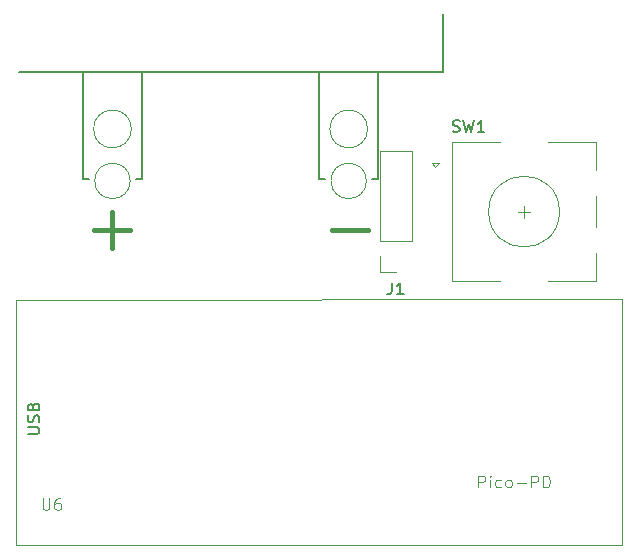
<source format=gbr>
%TF.GenerationSoftware,KiCad,Pcbnew,7.0.1*%
%TF.CreationDate,2023-12-01T14:10:48+08:00*%
%TF.ProjectId,USB-PD-Bench-Supply-PCB,5553422d-5044-42d4-9265-6e63682d5375,1*%
%TF.SameCoordinates,PX68e7780PY3938700*%
%TF.FileFunction,Legend,Top*%
%TF.FilePolarity,Positive*%
%FSLAX46Y46*%
G04 Gerber Fmt 4.6, Leading zero omitted, Abs format (unit mm)*
G04 Created by KiCad (PCBNEW 7.0.1) date 2023-12-01 14:10:48*
%MOMM*%
%LPD*%
G01*
G04 APERTURE LIST*
%ADD10C,0.150000*%
%ADD11C,0.400000*%
%ADD12C,0.100000*%
%ADD13C,0.120000*%
G04 APERTURE END LIST*
D10*
X26000000Y-14000000D02*
X25500000Y-14000000D01*
X30500000Y-14000000D02*
X30000000Y-14000000D01*
X10500000Y-14000000D02*
X10000000Y-14000000D01*
X6000000Y-14000000D02*
X5500000Y-14000000D01*
D11*
X26552380Y-18386666D02*
X29600000Y-18386666D01*
X6452380Y-18386666D02*
X9500000Y-18386666D01*
X7976190Y-19910476D02*
X7976190Y-16862857D01*
D10*
X5500000Y-14000000D02*
X5500000Y-5000000D01*
X10500000Y-5000000D02*
X10500000Y-14000000D01*
X8000000Y-5000000D02*
X10500000Y-5000000D01*
X25500000Y-14000000D02*
X25500000Y-5000000D01*
X30500000Y-5000000D02*
X30500000Y-14000000D01*
X28000000Y-5000000D02*
X30500000Y-5000000D01*
X36000000Y-5000000D02*
X100000Y-5000000D01*
X36000000Y-100000D02*
X36000000Y-5000000D01*
%TO.C,J1*%
X31666666Y-22812619D02*
X31666666Y-23526904D01*
X31666666Y-23526904D02*
X31619047Y-23669761D01*
X31619047Y-23669761D02*
X31523809Y-23765000D01*
X31523809Y-23765000D02*
X31380952Y-23812619D01*
X31380952Y-23812619D02*
X31285714Y-23812619D01*
X32666666Y-23812619D02*
X32095238Y-23812619D01*
X32380952Y-23812619D02*
X32380952Y-22812619D01*
X32380952Y-22812619D02*
X32285714Y-22955476D01*
X32285714Y-22955476D02*
X32190476Y-23050714D01*
X32190476Y-23050714D02*
X32095238Y-23098333D01*
%TO.C,SW1*%
X36816667Y-10015000D02*
X36959524Y-10062619D01*
X36959524Y-10062619D02*
X37197619Y-10062619D01*
X37197619Y-10062619D02*
X37292857Y-10015000D01*
X37292857Y-10015000D02*
X37340476Y-9967380D01*
X37340476Y-9967380D02*
X37388095Y-9872142D01*
X37388095Y-9872142D02*
X37388095Y-9776904D01*
X37388095Y-9776904D02*
X37340476Y-9681666D01*
X37340476Y-9681666D02*
X37292857Y-9634047D01*
X37292857Y-9634047D02*
X37197619Y-9586428D01*
X37197619Y-9586428D02*
X37007143Y-9538809D01*
X37007143Y-9538809D02*
X36911905Y-9491190D01*
X36911905Y-9491190D02*
X36864286Y-9443571D01*
X36864286Y-9443571D02*
X36816667Y-9348333D01*
X36816667Y-9348333D02*
X36816667Y-9253095D01*
X36816667Y-9253095D02*
X36864286Y-9157857D01*
X36864286Y-9157857D02*
X36911905Y-9110238D01*
X36911905Y-9110238D02*
X37007143Y-9062619D01*
X37007143Y-9062619D02*
X37245238Y-9062619D01*
X37245238Y-9062619D02*
X37388095Y-9110238D01*
X37721429Y-9062619D02*
X37959524Y-10062619D01*
X37959524Y-10062619D02*
X38150000Y-9348333D01*
X38150000Y-9348333D02*
X38340476Y-10062619D01*
X38340476Y-10062619D02*
X38578572Y-9062619D01*
X39483333Y-10062619D02*
X38911905Y-10062619D01*
X39197619Y-10062619D02*
X39197619Y-9062619D01*
X39197619Y-9062619D02*
X39102381Y-9205476D01*
X39102381Y-9205476D02*
X39007143Y-9300714D01*
X39007143Y-9300714D02*
X38911905Y-9348333D01*
D12*
%TO.C,U6*%
X2089095Y-41062619D02*
X2089095Y-41872142D01*
X2089095Y-41872142D02*
X2136714Y-41967380D01*
X2136714Y-41967380D02*
X2184333Y-42015000D01*
X2184333Y-42015000D02*
X2279571Y-42062619D01*
X2279571Y-42062619D02*
X2470047Y-42062619D01*
X2470047Y-42062619D02*
X2565285Y-42015000D01*
X2565285Y-42015000D02*
X2612904Y-41967380D01*
X2612904Y-41967380D02*
X2660523Y-41872142D01*
X2660523Y-41872142D02*
X2660523Y-41062619D01*
X3565285Y-41062619D02*
X3374809Y-41062619D01*
X3374809Y-41062619D02*
X3279571Y-41110238D01*
X3279571Y-41110238D02*
X3231952Y-41157857D01*
X3231952Y-41157857D02*
X3136714Y-41300714D01*
X3136714Y-41300714D02*
X3089095Y-41491190D01*
X3089095Y-41491190D02*
X3089095Y-41872142D01*
X3089095Y-41872142D02*
X3136714Y-41967380D01*
X3136714Y-41967380D02*
X3184333Y-42015000D01*
X3184333Y-42015000D02*
X3279571Y-42062619D01*
X3279571Y-42062619D02*
X3470047Y-42062619D01*
X3470047Y-42062619D02*
X3565285Y-42015000D01*
X3565285Y-42015000D02*
X3612904Y-41967380D01*
X3612904Y-41967380D02*
X3660523Y-41872142D01*
X3660523Y-41872142D02*
X3660523Y-41634047D01*
X3660523Y-41634047D02*
X3612904Y-41538809D01*
X3612904Y-41538809D02*
X3565285Y-41491190D01*
X3565285Y-41491190D02*
X3470047Y-41443571D01*
X3470047Y-41443571D02*
X3279571Y-41443571D01*
X3279571Y-41443571D02*
X3184333Y-41491190D01*
X3184333Y-41491190D02*
X3136714Y-41538809D01*
X3136714Y-41538809D02*
X3089095Y-41634047D01*
X38991000Y-40152619D02*
X38991000Y-39152619D01*
X38991000Y-39152619D02*
X39371952Y-39152619D01*
X39371952Y-39152619D02*
X39467190Y-39200238D01*
X39467190Y-39200238D02*
X39514809Y-39247857D01*
X39514809Y-39247857D02*
X39562428Y-39343095D01*
X39562428Y-39343095D02*
X39562428Y-39485952D01*
X39562428Y-39485952D02*
X39514809Y-39581190D01*
X39514809Y-39581190D02*
X39467190Y-39628809D01*
X39467190Y-39628809D02*
X39371952Y-39676428D01*
X39371952Y-39676428D02*
X38991000Y-39676428D01*
X39991000Y-40152619D02*
X39991000Y-39485952D01*
X39991000Y-39152619D02*
X39943381Y-39200238D01*
X39943381Y-39200238D02*
X39991000Y-39247857D01*
X39991000Y-39247857D02*
X40038619Y-39200238D01*
X40038619Y-39200238D02*
X39991000Y-39152619D01*
X39991000Y-39152619D02*
X39991000Y-39247857D01*
X40895761Y-40105000D02*
X40800523Y-40152619D01*
X40800523Y-40152619D02*
X40610047Y-40152619D01*
X40610047Y-40152619D02*
X40514809Y-40105000D01*
X40514809Y-40105000D02*
X40467190Y-40057380D01*
X40467190Y-40057380D02*
X40419571Y-39962142D01*
X40419571Y-39962142D02*
X40419571Y-39676428D01*
X40419571Y-39676428D02*
X40467190Y-39581190D01*
X40467190Y-39581190D02*
X40514809Y-39533571D01*
X40514809Y-39533571D02*
X40610047Y-39485952D01*
X40610047Y-39485952D02*
X40800523Y-39485952D01*
X40800523Y-39485952D02*
X40895761Y-39533571D01*
X41467190Y-40152619D02*
X41371952Y-40105000D01*
X41371952Y-40105000D02*
X41324333Y-40057380D01*
X41324333Y-40057380D02*
X41276714Y-39962142D01*
X41276714Y-39962142D02*
X41276714Y-39676428D01*
X41276714Y-39676428D02*
X41324333Y-39581190D01*
X41324333Y-39581190D02*
X41371952Y-39533571D01*
X41371952Y-39533571D02*
X41467190Y-39485952D01*
X41467190Y-39485952D02*
X41610047Y-39485952D01*
X41610047Y-39485952D02*
X41705285Y-39533571D01*
X41705285Y-39533571D02*
X41752904Y-39581190D01*
X41752904Y-39581190D02*
X41800523Y-39676428D01*
X41800523Y-39676428D02*
X41800523Y-39962142D01*
X41800523Y-39962142D02*
X41752904Y-40057380D01*
X41752904Y-40057380D02*
X41705285Y-40105000D01*
X41705285Y-40105000D02*
X41610047Y-40152619D01*
X41610047Y-40152619D02*
X41467190Y-40152619D01*
X42229095Y-39771666D02*
X42991000Y-39771666D01*
X43467190Y-40152619D02*
X43467190Y-39152619D01*
X43467190Y-39152619D02*
X43848142Y-39152619D01*
X43848142Y-39152619D02*
X43943380Y-39200238D01*
X43943380Y-39200238D02*
X43990999Y-39247857D01*
X43990999Y-39247857D02*
X44038618Y-39343095D01*
X44038618Y-39343095D02*
X44038618Y-39485952D01*
X44038618Y-39485952D02*
X43990999Y-39581190D01*
X43990999Y-39581190D02*
X43943380Y-39628809D01*
X43943380Y-39628809D02*
X43848142Y-39676428D01*
X43848142Y-39676428D02*
X43467190Y-39676428D01*
X44467190Y-40152619D02*
X44467190Y-39152619D01*
X44467190Y-39152619D02*
X44705285Y-39152619D01*
X44705285Y-39152619D02*
X44848142Y-39200238D01*
X44848142Y-39200238D02*
X44943380Y-39295476D01*
X44943380Y-39295476D02*
X44990999Y-39390714D01*
X44990999Y-39390714D02*
X45038618Y-39581190D01*
X45038618Y-39581190D02*
X45038618Y-39724047D01*
X45038618Y-39724047D02*
X44990999Y-39914523D01*
X44990999Y-39914523D02*
X44943380Y-40009761D01*
X44943380Y-40009761D02*
X44848142Y-40105000D01*
X44848142Y-40105000D02*
X44705285Y-40152619D01*
X44705285Y-40152619D02*
X44467190Y-40152619D01*
D10*
X813619Y-35617904D02*
X1623142Y-35617904D01*
X1623142Y-35617904D02*
X1718380Y-35570285D01*
X1718380Y-35570285D02*
X1766000Y-35522666D01*
X1766000Y-35522666D02*
X1813619Y-35427428D01*
X1813619Y-35427428D02*
X1813619Y-35236952D01*
X1813619Y-35236952D02*
X1766000Y-35141714D01*
X1766000Y-35141714D02*
X1718380Y-35094095D01*
X1718380Y-35094095D02*
X1623142Y-35046476D01*
X1623142Y-35046476D02*
X813619Y-35046476D01*
X1766000Y-34617904D02*
X1813619Y-34475047D01*
X1813619Y-34475047D02*
X1813619Y-34236952D01*
X1813619Y-34236952D02*
X1766000Y-34141714D01*
X1766000Y-34141714D02*
X1718380Y-34094095D01*
X1718380Y-34094095D02*
X1623142Y-34046476D01*
X1623142Y-34046476D02*
X1527904Y-34046476D01*
X1527904Y-34046476D02*
X1432666Y-34094095D01*
X1432666Y-34094095D02*
X1385047Y-34141714D01*
X1385047Y-34141714D02*
X1337428Y-34236952D01*
X1337428Y-34236952D02*
X1289809Y-34427428D01*
X1289809Y-34427428D02*
X1242190Y-34522666D01*
X1242190Y-34522666D02*
X1194571Y-34570285D01*
X1194571Y-34570285D02*
X1099333Y-34617904D01*
X1099333Y-34617904D02*
X1004095Y-34617904D01*
X1004095Y-34617904D02*
X908857Y-34570285D01*
X908857Y-34570285D02*
X861238Y-34522666D01*
X861238Y-34522666D02*
X813619Y-34427428D01*
X813619Y-34427428D02*
X813619Y-34189333D01*
X813619Y-34189333D02*
X861238Y-34046476D01*
X1289809Y-33284571D02*
X1337428Y-33141714D01*
X1337428Y-33141714D02*
X1385047Y-33094095D01*
X1385047Y-33094095D02*
X1480285Y-33046476D01*
X1480285Y-33046476D02*
X1623142Y-33046476D01*
X1623142Y-33046476D02*
X1718380Y-33094095D01*
X1718380Y-33094095D02*
X1766000Y-33141714D01*
X1766000Y-33141714D02*
X1813619Y-33236952D01*
X1813619Y-33236952D02*
X1813619Y-33617904D01*
X1813619Y-33617904D02*
X813619Y-33617904D01*
X813619Y-33617904D02*
X813619Y-33284571D01*
X813619Y-33284571D02*
X861238Y-33189333D01*
X861238Y-33189333D02*
X908857Y-33141714D01*
X908857Y-33141714D02*
X1004095Y-33094095D01*
X1004095Y-33094095D02*
X1099333Y-33094095D01*
X1099333Y-33094095D02*
X1194571Y-33141714D01*
X1194571Y-33141714D02*
X1242190Y-33189333D01*
X1242190Y-33189333D02*
X1289809Y-33284571D01*
X1289809Y-33284571D02*
X1289809Y-33617904D01*
D13*
%TO.C,J4*%
X29600781Y-9800000D02*
G75*
G03*
X29600781Y-9800000I-1600781J0D01*
G01*
%TO.C,J5*%
X29500833Y-14200000D02*
G75*
G03*
X29500833Y-14200000I-1500833J0D01*
G01*
%TO.C,J3*%
X9500833Y-14200000D02*
G75*
G03*
X9500833Y-14200000I-1500833J0D01*
G01*
%TO.C,J2*%
X9600781Y-9800000D02*
G75*
G03*
X9600781Y-9800000I-1600781J0D01*
G01*
%TO.C,J1*%
X32000000Y-21910000D02*
X30670000Y-21910000D01*
X30670000Y-21910000D02*
X30670000Y-20580000D01*
X33330000Y-19310000D02*
X33330000Y-11630000D01*
X33330000Y-19310000D02*
X30670000Y-19310000D01*
X30670000Y-19310000D02*
X30670000Y-11630000D01*
X33330000Y-11630000D02*
X30670000Y-11630000D01*
%TO.C,SW1*%
X35050000Y-12700000D02*
X35650000Y-12700000D01*
X35350000Y-13000000D02*
X35050000Y-12700000D01*
X35650000Y-12700000D02*
X35350000Y-13000000D01*
X36750000Y-10900000D02*
X36750000Y-22700000D01*
X40850000Y-10900000D02*
X36750000Y-10900000D01*
X40850000Y-22700000D02*
X36750000Y-22700000D01*
X42350000Y-16800000D02*
X43350000Y-16800000D01*
X42850000Y-16300000D02*
X42850000Y-17300000D01*
X44850000Y-10900000D02*
X48950000Y-10900000D01*
X48950000Y-10900000D02*
X48950000Y-13300000D01*
X48950000Y-15500000D02*
X48950000Y-18100000D01*
X48950000Y-20300000D02*
X48950000Y-22700000D01*
X48950000Y-22700000D02*
X44850000Y-22700000D01*
X45850000Y-16800000D02*
G75*
G03*
X45850000Y-16800000I-3000000J0D01*
G01*
%TO.C,U6*%
X-173000Y-24244000D02*
X-173000Y-45024000D01*
X-173000Y-45024000D02*
X51135000Y-45000000D01*
X51135000Y-24220001D02*
X-173000Y-24244000D01*
X51135000Y-45000000D02*
X51135000Y-24220001D01*
%TD*%
M02*

</source>
